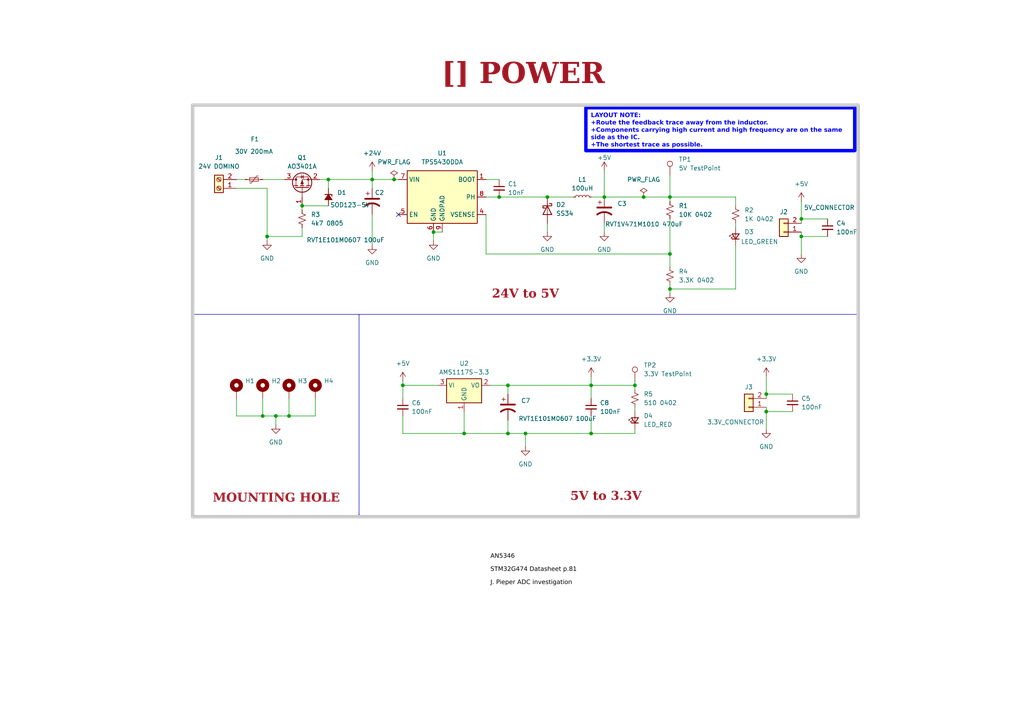
<source format=kicad_sch>
(kicad_sch (version 20231120) (generator "eeschema") (generator_version "8.0")
  (paper "A4")
  (title_block (title "POWER") (date "2024-11-24") (rev "${REVISION}") (company "${COMPANY}"))
  (lib_symbols
    (symbol "Connector:Screw_Terminal_01x02" (pin_names (offset 1.016) hide)
      (property "Reference" "J" (at 0 2.54 0))
      (property "Value" "Screw_Terminal_01x02" (at 0 -5.08 0))
      (symbol "Screw_Terminal_01x02_1_1"
        (rectangle (start -1.27 1.27) (end 1.27 -3.81) (stroke (width 0.254)) (fill (type background)))
        (circle (center 0 -2.54) (radius 0.635) (stroke (width 0.1524)))
        (polyline (pts (xy -0.5334 -2.2098) (xy 0.3302 -3.048)) (stroke (width 0.1524)))
        (polyline (pts (xy -0.5334 0.3302) (xy 0.3302 -0.508)) (stroke (width 0.1524)))
        (polyline (pts (xy -0.3556 -2.032) (xy 0.508 -2.8702)) (stroke (width 0.1524)))
        (polyline (pts (xy -0.3556 0.508) (xy 0.508 -0.3302)) (stroke (width 0.1524)))
        (circle (center 0 0) (radius 0.635) (stroke (width 0.1524)))
        (pin passive line (at -5.08 0 0) (length 3.81) (name "Pin_1") (number "1"))
        (pin passive line (at -5.08 -2.54 0) (length 3.81) (name "Pin_2") (number "2"))
      )
    )
    (symbol "Connector:TestPoint" (pin_numbers hide) (pin_names (offset 0.762) hide)
      (property "Reference" "TP" (at 0 6.858 0))
      (property "Value" "TestPoint" (at 0 5.08 0))
      (symbol "TestPoint_0_1"
        (circle (center 0 3.302) (radius 0.762))
      )
      (symbol "TestPoint_1_1"
        (pin passive line (at 0 0 90) (length 2.54) (name "1") (number "1"))
      )
    )
    (symbol "Connector_Generic:Conn_01x02" (pin_names (offset 1.016) hide)
      (property "Reference" "J" (at 0 2.54 0))
      (property "Value" "Conn_01x02" (at 0 -5.08 0))
      (symbol "Conn_01x02_1_1"
        (rectangle (start -1.27 -2.413) (end 0 -2.667) (stroke (width 0.1524)))
        (rectangle (start -1.27 0.127) (end 0 -0.127) (stroke (width 0.1524)))
        (rectangle (start -1.27 1.27) (end 1.27 -3.81) (stroke (width 0.254)) (fill (type background)))
        (pin passive line (at -5.08 0 0) (length 3.81) (name "Pin_1") (number "1"))
        (pin passive line (at -5.08 -2.54 0) (length 3.81) (name "Pin_2") (number "2"))
      )
    )
    (symbol "Device:C_Polarized_US" (pin_numbers hide) (pin_names (offset 0.254) hide)
      (property "Reference" "C" (at 0.635 2.54 0))
      (property "Value" "C_Polarized_US" (at 0.635 -2.54 0))
      (symbol "C_Polarized_US_0_1"
        (polyline (pts (xy -2.032 0.762) (xy 2.032 0.762)) (stroke (width 0.508)))
        (polyline (pts (xy -1.778 2.286) (xy -0.762 2.286)))
        (polyline (pts (xy -1.27 1.778) (xy -1.27 2.794)))
        (arc (start 2.032 -1.27) (mid 0 -0.5572) (end -2.032 -1.27) (stroke (width 0.508)))
      )
      (symbol "C_Polarized_US_1_1"
        (pin passive line (at 0 3.81 270) (length 2.794) (name "~") (number "1"))
        (pin passive line (at 0 -3.81 90) (length 3.302) (name "~") (number "2"))
      )
    )
    (symbol "Device:C_Small" (pin_numbers hide) (pin_names (offset 0.254) hide)
      (property "Reference" "C" (at 0.254 1.778 0))
      (property "Value" "C_Small" (at 0.254 -2.032 0))
      (symbol "C_Small_0_1"
        (polyline (pts (xy -1.524 -0.508) (xy 1.524 -0.508)) (stroke (width 0.3302)))
        (polyline (pts (xy -1.524 0.508) (xy 1.524 0.508)) (stroke (width 0.3048)))
      )
      (symbol "C_Small_1_1"
        (pin passive line (at 0 2.54 270) (length 2.032) (name "~") (number "1"))
        (pin passive line (at 0 -2.54 90) (length 2.032) (name "~") (number "2"))
      )
    )
    (symbol "Device:D_Zener_Small_Filled" (pin_numbers hide) (pin_names (offset 0.254) hide)
      (property "Reference" "D" (at 0 2.286 0))
      (property "Value" "D_Zener_Small_Filled" (at 0 -2.286 0))
      (symbol "D_Zener_Small_Filled_0_1"
        (polyline (pts (xy 0.762 0) (xy -0.762 0)))
        (polyline (pts (xy -0.254 1.016) (xy -0.762 1.016) (xy -0.762 -1.016)) (stroke (width 0.254)))
        (polyline (pts (xy 0.762 1.016) (xy -0.762 0) (xy 0.762 -1.016) (xy 0.762 1.016)) (stroke (width 0.254)) (fill (type outline)))
      )
      (symbol "D_Zener_Small_Filled_1_1"
        (pin passive line (at -2.54 0 0) (length 1.778) (name "K") (number "1"))
        (pin passive line (at 2.54 0 180) (length 1.778) (name "A") (number "2"))
      )
    )
    (symbol "Device:LED_Small" (pin_numbers hide) (pin_names (offset 0.254) hide)
      (property "Reference" "D" (at -1.27 3.175 0))
      (property "Value" "LED_Small" (at -4.445 -2.54 0))
      (symbol "LED_Small_0_1"
        (polyline (pts (xy -0.762 -1.016) (xy -0.762 1.016)) (stroke (width 0.254)))
        (polyline (pts (xy 1.016 0) (xy -0.762 0)))
        (polyline (pts (xy 0.762 -1.016) (xy -0.762 0) (xy 0.762 1.016) (xy 0.762 -1.016)) (stroke (width 0.254)))
        (polyline (pts (xy 0 0.762) (xy -0.508 1.27) (xy -0.254 1.27) (xy -0.508 1.27) (xy -0.508 1.016)))
        (polyline (pts (xy 0.508 1.27) (xy 0 1.778) (xy 0.254 1.778) (xy 0 1.778) (xy 0 1.524)))
      )
      (symbol "LED_Small_1_1"
        (pin passive line (at -2.54 0 0) (length 1.778) (name "K") (number "1"))
        (pin passive line (at 2.54 0 180) (length 1.778) (name "A") (number "2"))
      )
    )
    (symbol "Device:L_Small" (pin_numbers hide) (pin_names (offset 0.254) hide)
      (property "Reference" "L" (at 0.762 1.016 0))
      (property "Value" "L_Small" (at 0.762 -1.016 0))
      (symbol "L_Small_0_1"
        (arc (start 0 -2.032) (mid 0.5058 -1.524) (end 0 -1.016))
        (arc (start 0 -1.016) (mid 0.5058 -0.508) (end 0 0))
        (arc (start 0 0) (mid 0.5058 0.508) (end 0 1.016))
        (arc (start 0 1.016) (mid 0.5058 1.524) (end 0 2.032))
      )
      (symbol "L_Small_1_1"
        (pin passive line (at 0 2.54 270) (length 0.508) (name "~") (number "1"))
        (pin passive line (at 0 -2.54 90) (length 0.508) (name "~") (number "2"))
      )
    )
    (symbol "Device:Polyfuse_Small" (pin_numbers hide) (pin_names (offset 0))
      (property "Reference" "F" (at -1.905 0 90))
      (property "Value" "Polyfuse_Small" (at 1.905 0 90))
      (symbol "Polyfuse_Small_0_1"
        (rectangle (start -0.508 1.27) (end 0.508 -1.27))
        (polyline (pts (xy 0 2.54) (xy 0 -2.54)))
        (polyline (pts (xy -1.016 1.27) (xy -1.016 0.762) (xy 1.016 -0.762) (xy 1.016 -1.27)))
      )
      (symbol "Polyfuse_Small_1_1"
        (pin passive line (at 0 2.54 270) (length 0.635) (name "~") (number "1"))
        (pin passive line (at 0 -2.54 90) (length 0.635) (name "~") (number "2"))
      )
    )
    (symbol "Device:Q_PMOS_GSD" (pin_names (offset 0) hide)
      (property "Reference" "Q" (at 5.08 1.27 0))
      (property "Value" "Q_PMOS_GSD" (at 5.08 -1.27 0))
      (symbol "Q_PMOS_GSD_0_1"
        (polyline (pts (xy 0.254 0) (xy -2.54 0)))
        (polyline (pts (xy 0.254 1.905) (xy 0.254 -1.905)) (stroke (width 0.254)))
        (polyline (pts (xy 0.762 -1.27) (xy 0.762 -2.286)) (stroke (width 0.254)))
        (polyline (pts (xy 0.762 0.508) (xy 0.762 -0.508)) (stroke (width 0.254)))
        (polyline (pts (xy 0.762 2.286) (xy 0.762 1.27)) (stroke (width 0.254)))
        (polyline (pts (xy 2.54 2.54) (xy 2.54 1.778)))
        (polyline (pts (xy 2.54 -2.54) (xy 2.54 0) (xy 0.762 0)))
        (polyline (pts (xy 0.762 1.778) (xy 3.302 1.778) (xy 3.302 -1.778) (xy 0.762 -1.778)))
        (polyline (pts (xy 2.286 0) (xy 1.27 0.381) (xy 1.27 -0.381) (xy 2.286 0)) (fill (type outline)))
        (polyline (pts (xy 2.794 -0.508) (xy 2.921 -0.381) (xy 3.683 -0.381) (xy 3.81 -0.254)))
        (polyline (pts (xy 3.302 -0.381) (xy 2.921 0.254) (xy 3.683 0.254) (xy 3.302 -0.381)))
        (circle (center 1.651 0) (radius 2.794) (stroke (width 0.254)))
        (circle (center 2.54 -1.778) (radius 0.254) (fill (type outline)))
        (circle (center 2.54 1.778) (radius 0.254) (fill (type outline)))
      )
      (symbol "Q_PMOS_GSD_1_1"
        (pin input line (at -5.08 0 0) (length 2.54) (name "G") (number "1"))
        (pin passive line (at 2.54 -5.08 90) (length 2.54) (name "S") (number "2"))
        (pin passive line (at 2.54 5.08 270) (length 2.54) (name "D") (number "3"))
      )
    )
    (symbol "Device:R_Small_US" (pin_numbers hide) (pin_names (offset 0.254) hide)
      (property "Reference" "R" (at 0.762 0.508 0))
      (property "Value" "R_Small_US" (at 0.762 -1.016 0))
      (symbol "R_Small_US_1_1"
        (polyline (pts (xy 0 0) (xy 1.016 -0.381) (xy 0 -0.762) (xy -1.016 -1.143) (xy 0 -1.524)))
        (polyline (pts (xy 0 1.524) (xy 1.016 1.143) (xy 0 0.762) (xy -1.016 0.381) (xy 0 0)))
        (pin passive line (at 0 2.54 270) (length 1.016) (name "~") (number "1"))
        (pin passive line (at 0 -2.54 90) (length 1.016) (name "~") (number "2"))
      )
    )
    (symbol "Diode:SS34" (pin_numbers hide) (pin_names (offset 1.016) hide)
      (property "Reference" "D" (at 0 2.54 0))
      (property "Value" "SS34" (at 0 -2.54 0))
      (symbol "SS34_0_1"
        (polyline (pts (xy 1.27 0) (xy -1.27 0)))
        (polyline (pts (xy 1.27 1.27) (xy 1.27 -1.27) (xy -1.27 0) (xy 1.27 1.27)) (stroke (width 0.254)))
        (polyline (pts (xy -1.905 0.635) (xy -1.905 1.27) (xy -1.27 1.27) (xy -1.27 -1.27) (xy -0.635 -1.27) (xy -0.635 -0.635)) (stroke (width 0.254)))
      )
      (symbol "SS34_1_1"
        (pin passive line (at -3.81 0 0) (length 2.54) (name "K") (number "1"))
        (pin passive line (at 3.81 0 180) (length 2.54) (name "A") (number "2"))
      )
    )
    (symbol "Mechanical:MountingHole_Pad" (pin_numbers hide) (pin_names (offset 1.016) hide) (exclude_from_sim yes) (in_bom no)
      (property "Reference" "H" (at 0 6.35 0))
      (property "Value" "MountingHole_Pad" (at 0 4.445 0))
      (symbol "MountingHole_Pad_0_1"
        (circle (center 0 1.27) (radius 1.27) (stroke (width 1.27)))
      )
      (symbol "MountingHole_Pad_1_1"
        (pin input line (at 0 -2.54 90) (length 2.54) (name "1") (number "1"))
      )
    )
    (symbol "Regulator_Linear:LM1117S-3.3"
      (property "Reference" "U" (at -3.81 3.175 0))
      (property "Value" "LM1117S-3.3" (at 0 3.175 0))
      (symbol "LM1117S-3.3_0_1"
        (rectangle (start -5.08 -5.08) (end 5.08 1.905) (stroke (width 0.254)) (fill (type background)))
      )
      (symbol "LM1117S-3.3_1_1"
        (pin power_in line (at 0 -7.62 90) (length 2.54) (name "GND") (number "1"))
        (pin power_out line (at 7.62 0 180) (length 2.54) (name "VO") (number "2"))
        (pin power_in line (at -7.62 0 0) (length 2.54) (name "VI") (number "3"))
      )
    )
    (symbol "Regulator_Switching:TPS5430DDA"
      (property "Reference" "U" (at -10.16 8.89 0))
      (property "Value" "TPS5430DDA" (at -1.27 8.89 0))
      (symbol "TPS5430DDA_0_1"
        (rectangle (start -10.16 7.62) (end 10.16 -7.62) (stroke (width 0.254)) (fill (type background)))
      )
      (symbol "TPS5430DDA_1_1"
        (pin input line (at 12.7 5.08 180) (length 2.54) (name "BOOT") (number "1"))
        (pin no_connect line (at -10.16 2.54 0) (length 2.54) hide (name "NC") (number "2"))
        (pin no_connect line (at -10.16 -2.54 0) (length 2.54) hide (name "NC") (number "3"))
        (pin input line (at 12.7 -5.08 180) (length 2.54) (name "VSENSE") (number "4"))
        (pin input line (at -12.7 -5.08 0) (length 2.54) (name "EN") (number "5"))
        (pin power_in line (at -2.54 -10.16 90) (length 2.54) (name "GND") (number "6"))
        (pin power_in line (at -12.7 5.08 0) (length 2.54) (name "VIN") (number "7"))
        (pin output line (at 12.7 0 180) (length 2.54) (name "PH") (number "8"))
        (pin power_in line (at 0 -10.16 90) (length 2.54) (name "GNDPAD") (number "9"))
      )
    )
    (symbol "power:+24V" (power) (pin_numbers hide) (pin_names (offset 0) hide)
      (property "Value" "+24V" (at 0 3.556 0))
      (symbol "+24V_0_1"
        (polyline (pts (xy -0.762 1.27) (xy 0 2.54)))
        (polyline (pts (xy 0 0) (xy 0 2.54)))
        (polyline (pts (xy 0 2.54) (xy 0.762 1.27)))
      )
      (symbol "+24V_1_1"
        (pin power_in line (at 0 0 90) (length 0) (name "~") (number "1"))
      )
    )
    (symbol "power:+3.3V" (power) (pin_numbers hide) (pin_names (offset 0) hide)
      (property "Value" "+3.3V" (at 0 3.556 0))
      (symbol "+3.3V_0_1"
        (polyline (pts (xy -0.762 1.27) (xy 0 2.54)))
        (polyline (pts (xy 0 0) (xy 0 2.54)))
        (polyline (pts (xy 0 2.54) (xy 0.762 1.27)))
      )
      (symbol "+3.3V_1_1"
        (pin power_in line (at 0 0 90) (length 0) (name "~") (number "1"))
      )
    )
    (symbol "power:+5V" (power) (pin_numbers hide) (pin_names (offset 0) hide)
      (property "Value" "+5V" (at 0 3.556 0))
      (symbol "+5V_0_1"
        (polyline (pts (xy -0.762 1.27) (xy 0 2.54)))
        (polyline (pts (xy 0 0) (xy 0 2.54)))
        (polyline (pts (xy 0 2.54) (xy 0.762 1.27)))
      )
      (symbol "+5V_1_1"
        (pin power_in line (at 0 0 90) (length 0) (name "~") (number "1"))
      )
    )
    (symbol "power:GND" (power) (pin_numbers hide) (pin_names (offset 0) hide)
      (property "Value" "GND" (at 0 -3.81 0))
      (symbol "GND_0_1"
        (polyline (pts (xy 0 0) (xy 0 -1.27) (xy 1.27 -1.27) (xy 0 -2.54) (xy -1.27 -1.27) (xy 0 -1.27)))
      )
      (symbol "GND_1_1"
        (pin power_in line (at 0 0 270) (length 0) (name "~") (number "1"))
      )
    )
    (symbol "power:PWR_FLAG" (power) (pin_numbers hide) (pin_names (offset 0) hide)
      (property "Value" "PWR_FLAG" (at 0 3.81 0))
      (symbol "PWR_FLAG_0_0"
        (pin power_out line (at 0 0 90) (length 0) (name "~") (number "1"))
      )
      (symbol "PWR_FLAG_0_1"
        (polyline (pts (xy 0 0) (xy 0 1.27) (xy -1.016 1.905) (xy 0 2.54) (xy 1.016 1.905) (xy 0 1.27)))
      )
    )
  )
  (junction (at 232.41 63.5))
  (junction (at 87.63 59.69))
  (junction (at 186.69 57.15))
  (junction (at 175.26 57.15))
  (junction (at 107.95 52.07))
  (junction (at 147.32 125.73))
  (junction (at 194.31 83.82))
  (junction (at 76.2 120.65))
  (junction (at 114.3 52.07))
  (junction (at 80.01 120.65))
  (junction (at 134.62 125.73))
  (junction (at 194.31 57.15))
  (junction (at 171.45 125.73))
  (junction (at 116.84 111.76))
  (junction (at 152.4 125.73))
  (junction (at 184.15 111.76))
  (junction (at 144.78 57.15))
  (junction (at 158.75 57.15))
  (junction (at 222.25 114.3))
  (junction (at 125.73 67.31))
  (junction (at 95.25 52.07))
  (junction (at 147.32 111.76))
  (junction (at 194.31 73.66))
  (junction (at 77.47 68.58))
  (junction (at 232.41 68.58))
  (junction (at 222.25 119.38))
  (junction (at 83.82 120.65))
  (junction (at 171.45 111.76))
  (no_connect (at 115.57 62.23))
  (wire (pts (xy 222.25 118.11) (xy 222.25 119.38)))
  (wire (pts (xy 184.15 118.11) (xy 184.15 119.38)))
  (wire (pts (xy 222.25 109.22) (xy 222.25 114.3)))
  (wire (pts (xy 213.36 57.15) (xy 194.31 57.15)))
  (wire (pts (xy 80.01 120.65) (xy 80.01 123.19)))
  (wire (pts (xy 213.36 83.82) (xy 194.31 83.82)))
  (wire (pts (xy 116.84 111.76) (xy 127 111.76)))
  (wire (pts (xy 140.97 57.15) (xy 144.78 57.15)))
  (wire (pts (xy 171.45 120.65) (xy 171.45 125.73)))
  (wire (pts (xy 222.25 114.3) (xy 222.25 115.57)))
  (wire (pts (xy 87.63 66.04) (xy 87.63 68.58)))
  (wire (pts (xy 140.97 62.23) (xy 140.97 73.66)))
  (wire (pts (xy 107.95 52.07) (xy 107.95 54.61)))
  (wire (pts (xy 222.25 114.3) (xy 229.87 114.3)))
  (wire (pts (xy 158.75 64.77) (xy 158.75 67.31)))
  (wire (pts (xy 116.84 111.76) (xy 116.84 115.57)))
  (wire (pts (xy 232.41 58.42) (xy 232.41 63.5)))
  (wire (pts (xy 194.31 82.55) (xy 194.31 83.82)))
  (wire (pts (xy 107.95 62.23) (xy 107.95 71.12)))
  (wire (pts (xy 171.45 111.76) (xy 184.15 111.76)))
  (polyline (pts (xy 104.14 91.186) (xy 104.14 91.44)))
  (wire (pts (xy 134.62 125.73) (xy 147.32 125.73)))
  (wire (pts (xy 184.15 125.73) (xy 184.15 124.46)))
  (wire (pts (xy 134.62 125.73) (xy 134.62 119.38)))
  (wire (pts (xy 68.58 54.61) (xy 77.47 54.61)))
  (wire (pts (xy 142.24 111.76) (xy 147.32 111.76)))
  (wire (pts (xy 186.69 57.15) (xy 194.31 57.15)))
  (wire (pts (xy 87.63 59.69) (xy 87.63 60.96)))
  (wire (pts (xy 125.73 67.31) (xy 125.73 69.85)))
  (wire (pts (xy 68.58 115.57) (xy 68.58 120.65)))
  (wire (pts (xy 194.31 57.15) (xy 194.31 58.42)))
  (wire (pts (xy 171.45 115.57) (xy 171.45 111.76)))
  (wire (pts (xy 140.97 52.07) (xy 144.78 52.07)))
  (wire (pts (xy 83.82 115.57) (xy 83.82 120.65)))
  (wire (pts (xy 92.71 52.07) (xy 95.25 52.07)))
  (wire (pts (xy 194.31 50.8) (xy 194.31 57.15)))
  (wire (pts (xy 91.44 120.65) (xy 91.44 115.57)))
  (wire (pts (xy 76.2 115.57) (xy 76.2 120.65)))
  (wire (pts (xy 80.01 120.65) (xy 83.82 120.65)))
  (wire (pts (xy 87.63 68.58) (xy 77.47 68.58)))
  (wire (pts (xy 95.25 52.07) (xy 107.95 52.07)))
  (wire (pts (xy 83.82 120.65) (xy 91.44 120.65)))
  (wire (pts (xy 232.41 63.5) (xy 232.41 64.77)))
  (wire (pts (xy 68.58 120.65) (xy 76.2 120.65)))
  (wire (pts (xy 232.41 68.58) (xy 232.41 73.66)))
  (wire (pts (xy 175.26 64.77) (xy 175.26 67.31)))
  (wire (pts (xy 68.58 52.07) (xy 71.12 52.07)))
  (polyline (pts (xy 104.14 91.44) (xy 104.14 149.352)))
  (wire (pts (xy 76.2 120.65) (xy 80.01 120.65)))
  (wire (pts (xy 147.32 125.73) (xy 152.4 125.73)))
  (wire (pts (xy 194.31 73.66) (xy 194.31 77.47)))
  (wire (pts (xy 116.84 110.49) (xy 116.84 111.76)))
  (wire (pts (xy 114.3 52.07) (xy 115.57 52.07)))
  (wire (pts (xy 213.36 57.15) (xy 213.36 59.69)))
  (wire (pts (xy 147.32 114.3) (xy 147.32 111.76)))
  (wire (pts (xy 107.95 52.07) (xy 114.3 52.07)))
  (wire (pts (xy 184.15 125.73) (xy 171.45 125.73)))
  (wire (pts (xy 147.32 121.92) (xy 147.32 125.73)))
  (wire (pts (xy 140.97 73.66) (xy 194.31 73.66)))
  (wire (pts (xy 229.87 119.38) (xy 222.25 119.38)))
  (wire (pts (xy 125.73 67.31) (xy 128.27 67.31)))
  (wire (pts (xy 107.95 49.53) (xy 107.95 52.07)))
  (wire (pts (xy 240.03 68.58) (xy 232.41 68.58)))
  (wire (pts (xy 158.75 57.15) (xy 166.37 57.15)))
  (wire (pts (xy 194.31 83.82) (xy 194.31 85.09)))
  (wire (pts (xy 77.47 68.58) (xy 77.47 69.85)))
  (wire (pts (xy 171.45 57.15) (xy 175.26 57.15)))
  (wire (pts (xy 184.15 110.49) (xy 184.15 111.76)))
  (polyline (pts (xy 104.14 149.098) (xy 104.14 149.352)))
  (wire (pts (xy 194.31 63.5) (xy 194.31 73.66)))
  (wire (pts (xy 152.4 129.54) (xy 152.4 125.73)))
  (wire (pts (xy 95.25 52.07) (xy 95.25 54.61)))
  (wire (pts (xy 175.26 49.53) (xy 175.26 57.15)))
  (wire (pts (xy 116.84 120.65) (xy 116.84 125.73)))
  (wire (pts (xy 222.25 119.38) (xy 222.25 124.46)))
  (wire (pts (xy 171.45 109.22) (xy 171.45 111.76)))
  (wire (pts (xy 77.47 54.61) (xy 77.47 68.58)))
  (wire (pts (xy 213.36 71.12) (xy 213.36 83.82)))
  (polyline (pts (xy 56.388 91.186) (xy 248.412 91.186)))
  (wire (pts (xy 232.41 67.31) (xy 232.41 68.58)))
  (wire (pts (xy 147.32 111.76) (xy 171.45 111.76)))
  (wire (pts (xy 213.36 64.77) (xy 213.36 66.04)))
  (wire (pts (xy 144.78 57.15) (xy 158.75 57.15)))
  (wire (pts (xy 76.2 52.07) (xy 82.55 52.07)))
  (wire (pts (xy 87.63 59.69) (xy 95.25 59.69)))
  (wire (pts (xy 184.15 111.76) (xy 184.15 113.03)))
  (wire (pts (xy 116.84 125.73) (xy 134.62 125.73)))
  (wire (pts (xy 175.26 57.15) (xy 186.69 57.15)))
  (wire (pts (xy 232.41 63.5) (xy 240.03 63.5)))
  (wire (pts (xy 152.4 125.73) (xy 171.45 125.73)))
  (rectangle (start 55.88 30.48) (end 248.92 149.86) (stroke (width 1) (color 200 200 200 1)))
  (text_box "MOUNTING HOLE\n" (at 56.134 140.208 0) (size 48.006 7.62) (stroke (width -0.0001)) (effects (font (size 2.54 2.54) (thickness 0.508) (bold yes)) (justify bottom)))
  (text_box "LAYOUT NOTE:\n+Route the feedback trace away from the inductor.\n+Components carrying high current and high frequency are on the same side as the IC. \n+The shortest trace as possible." (at 169.926 31.242 0) (size 77.978 12.446) (stroke (width 1) (color 0 0 255 1)) (effects (font (size 1.27 1.27) (thickness 0.4) (bold yes)) (justify left top)))
  (text_box "[${#}] ${TITLE}" (at 115.57 15.24 0) (size 72.39 12.7) (stroke (width -0.0001)) (effects (font (size 6 6) (thickness 1.2) (bold yes))))
  (text_box "5V to 3.3V" (at 103.886 139.7 0) (size 143.764 7.62) (stroke (width -0.0001)) (effects (font (size 2.54 2.54) (thickness 0.508) (bold yes)) (justify bottom)))
  (text_box "24V to 5V" (at 57.15 81.026 0) (size 190.5 7.62) (stroke (width -0.0001)) (effects (font (size 2.54 2.54) (thickness 0.508) (bold yes)) (justify bottom)))
  (text "J. Pieper ADC investigation" (at 142.24 170.18 0) (effects (font (size 1.27 1.27)) (justify left bottom)))
  (text "STM32G474 Datasheet p.81" (at 142.24 166.37 0) (effects (font (size 1.27 1.27)) (justify left bottom)))
  (text "AN5346" (at 142.24 162.56 0) (effects (font (size 1.27 1.27)) (justify left bottom)))
  (symbol (lib_id "Regulator_Linear:LM1117S-3.3") (at 134.62 111.76 0) (unit 1)
    (property "Reference" "U2" (at 134.62 105.41 0))
    (property "Value" "AMS1117S-3.3" (at 134.62 107.95 0))
    (property "Footprint" "Package_TO_SOT_SMD:SOT-223-3_TabPin2" (effects (hide yes)))
    (property "Datasheet" "http://www.ti.com/lit/ds/symlink/lm1117.pdf" (effects (hide yes)))
    (property "Description" "800mA Low-Dropout Linear Regulator, 3.3V fixed output, TO-263" (effects (hide yes)))
  )
  (symbol (lib_id "Device:C_Small") (at 240.03 66.04 0) (unit 1)
    (property "Reference" "C4" (at 242.57 64.7763 0) (effects (justify left)))
    (property "Value" "100nF" (at 242.57 67.3163 0) (effects (justify left)))
    (property "Footprint" "Capacitor_SMD:C_0402_1005Metric" (effects (hide yes)))
    (property "Description" "Unpolarized capacitor, small symbol" (effects (hide yes)))
  )
  (symbol (lib_id "power:+5V") (at 116.84 110.49 0) (unit 1)
    (property "Reference" "#PWR013" (effects (hide yes)))
    (property "Value" "+5V" (at 116.84 105.41 0))
    (property "Description" "Power symbol creates a global label with name \"+5V\"" (effects (hide yes)))
  )
  (symbol (lib_id "power:+5V") (at 222.25 109.22 0) (unit 1)
    (property "Reference" "#PWR012" (effects (hide yes)))
    (property "Value" "+3.3V" (at 222.25 104.14 0))
    (property "Description" "Power symbol creates a global label with name \"+5V\"" (effects (hide yes)))
  )
  (symbol (lib_id "Device:R_Small_US") (at 194.31 60.96 0) (unit 1)
    (property "Reference" "R1" (at 196.85 59.69 0) (effects (justify left)))
    (property "Value" "10K 0402" (at 196.85 62.23 0) (effects (justify left)))
    (property "Footprint" "Resistor_SMD:R_0402_1005Metric" (effects (hide yes)))
    (property "Description" "Resistor, small US symbol" (effects (hide yes)))
  )
  (symbol (lib_id "Device:C_Polarized_US") (at 175.26 60.96 0) (unit 1)
    (property "Reference" "C3" (at 179.07 59.055 0) (effects (justify left)))
    (property "Value" "RVT1V471M1010 470uF" (at 175.514 65.024 0) (effects (justify left)))
    (property "Footprint" "Capacitor_SMD:CP_Elec_10x10.5" (effects (hide yes)))
    (property "Description" "Polarized capacitor, US symbol" (effects (hide yes)))
  )
  (symbol (lib_id "power:GND") (at 232.41 73.66 0) (unit 1)
    (property "Reference" "#PWR09" (effects (hide yes)))
    (property "Value" "GND" (at 232.41 78.74 0))
    (property "Description" "Power symbol creates a global label with name \"GND\" , ground" (effects (hide yes)))
  )
  (symbol (lib_id "Device:R_Small_US") (at 87.63 63.5 0) (unit 1)
    (property "Reference" "R3" (at 90.17 62.23 0) (effects (justify left)))
    (property "Value" "4k7 0805" (at 90.17 64.77 0) (effects (justify left)))
    (property "Footprint" "Resistor_SMD:R_0805_2012Metric" (effects (hide yes)))
    (property "Description" "Resistor, small US symbol" (effects (hide yes)))
  )
  (symbol (lib_id "Device:C_Polarized_US") (at 147.32 118.11 0) (unit 1)
    (property "Reference" "C7" (at 151.13 116.205 0) (effects (justify left)))
    (property "Value" "RVT1E101M0607 100uF" (at 150.368 121.412 0) (effects (justify left)))
    (property "Footprint" "Capacitor_SMD:CP_Elec_6.3x7.7" (effects (hide yes)))
    (property "Description" "Polarized capacitor, US symbol" (effects (hide yes)))
  )
  (symbol (lib_id "Device:Polyfuse_Small") (at 73.66 52.07 90) (unit 1)
    (property "Reference" "F1" (at 73.914 40.386 90))
    (property "Value" "30V 200mA" (at 73.66 43.942 90))
    (property "Footprint" "Fuse:Fuse_1812_4532Metric" (effects (hide yes)))
    (property "Description" "Resettable fuse, polymeric positive temperature coefficient, small symbol" (effects (hide yes)))
  )
  (symbol (lib_id "Connector:TestPoint") (at 184.15 110.49 0) (unit 1)
    (property "Reference" "TP2" (at 186.69 105.918 0) (effects (justify left)))
    (property "Value" "3.3V TestPoint" (at 186.69 108.458 0) (effects (justify left)))
    (property "Footprint" "TestPoint:TestPoint_Pad_2.0x2.0mm" (effects (hide yes)))
    (property "Description" "test point" (effects (hide yes)))
  )
  (symbol (lib_id "power:+3.3V") (at 171.45 109.22 0) (unit 1)
    (property "Reference" "#PWR011" (effects (hide yes)))
    (property "Value" "+3.3V" (at 171.45 104.14 0))
    (property "Description" "Power symbol creates a global label with name \"+3.3V\"" (effects (hide yes)))
  )
  (symbol (lib_id "Connector_Generic:Conn_01x02") (at 217.17 118.11 180) (unit 1)
    (property "Reference" "J3" (at 217.17 112.268 0))
    (property "Value" "3.3V_CONNECTOR" (at 213.36 122.428 0))
    (property "Footprint" "Connector_PinHeader_2.54mm:PinHeader_1x02_P2.54mm_Vertical" (effects (hide yes)))
    (property "Description" "Generic connector, single row, 01x02, script generated (kicad-library-utils/schlib/autogen/connector/)" (effects (hide yes)))
  )
  (symbol (lib_id "Device:R_Small_US") (at 213.36 62.23 0) (unit 1)
    (property "Reference" "R2" (at 215.9 60.96 0) (effects (justify left)))
    (property "Value" "1K 0402" (at 215.9 63.5 0) (effects (justify left)))
    (property "Footprint" "Resistor_SMD:R_0402_1005Metric" (effects (hide yes)))
    (property "Description" "Resistor, small US symbol" (effects (hide yes)))
  )
  (symbol (lib_id "power:GND") (at 107.95 71.12 0) (unit 1)
    (property "Reference" "#PWR08" (effects (hide yes)))
    (property "Value" "GND" (at 107.95 76.2 0))
    (property "Description" "Power symbol creates a global label with name \"GND\" , ground" (effects (hide yes)))
  )
  (symbol (lib_id "power:GND") (at 125.73 69.85 0) (unit 1)
    (property "Reference" "#PWR07" (effects (hide yes)))
    (property "Value" "GND" (at 125.73 74.93 0))
    (property "Description" "Power symbol creates a global label with name \"GND\" , ground" (effects (hide yes)))
  )
  (symbol (lib_id "power:GND") (at 80.01 123.19 0) (unit 1)
    (property "Reference" "#PWR014" (effects (hide yes)))
    (property "Value" "GND" (at 80.01 128.27 0))
    (property "Description" "Power symbol creates a global label with name \"GND\" , ground" (effects (hide yes)))
  )
  (symbol (lib_id "power:GND") (at 158.75 67.31 0) (unit 1)
    (property "Reference" "#PWR04" (effects (hide yes)))
    (property "Value" "GND" (at 158.75 72.39 0))
    (property "Description" "Power symbol creates a global label with name \"GND\" , ground" (effects (hide yes)))
  )
  (symbol (lib_id "power:+24V") (at 107.95 49.53 0) (unit 1)
    (property "Reference" "#PWR01" (effects (hide yes)))
    (property "Value" "+24V" (at 107.95 44.45 0))
    (property "Description" "Power symbol creates a global label with name \"+24V\"" (effects (hide yes)))
  )
  (symbol (lib_id "power:+5V") (at 232.41 58.42 0) (unit 1)
    (property "Reference" "#PWR03" (effects (hide yes)))
    (property "Value" "+5V" (at 232.41 53.34 0))
    (property "Description" "Power symbol creates a global label with name \"+5V\"" (effects (hide yes)))
  )
  (symbol (lib_id "Device:C_Polarized_US") (at 107.95 58.42 0) (unit 1)
    (property "Reference" "C2" (at 108.712 55.88 0) (effects (justify left)))
    (property "Value" "RVT1E101M0607 100uF" (at 88.9 69.596 0) (effects (justify left)))
    (property "Footprint" "Capacitor_SMD:CP_Elec_6.3x7.7" (effects (hide yes)))
    (property "Description" "Polarized capacitor, US symbol" (effects (hide yes)))
  )
  (symbol (lib_id "power:PWR_FLAG") (at 186.69 57.15 0) (unit 1)
    (property "Reference" "#FLG02" (effects (hide yes)))
    (property "Value" "PWR_FLAG" (at 186.69 52.07 0))
    (property "Description" "Special symbol for telling ERC where power comes from" (effects (hide yes)))
  )
  (symbol (lib_id "Connector:Screw_Terminal_01x02") (at 63.5 54.61 180) (unit 1)
    (property "Reference" "J1" (at 63.5 45.72 0))
    (property "Value" "24V DOMINO" (at 63.5 48.26 0))
    (property "Footprint" "LIB:KF142R5082P" (effects (hide yes)))
    (property "Description" "Generic screw terminal, single row, 01x02, script generated (kicad-library-utils/schlib/autogen/connector/)" (effects (hide yes)))
  )
  (symbol (lib_id "Device:C_Small") (at 116.84 118.11 0) (unit 1)
    (property "Reference" "C6" (at 119.38 116.8463 0) (effects (justify left)))
    (property "Value" "100nF" (at 119.38 119.3863 0) (effects (justify left)))
    (property "Footprint" "Capacitor_SMD:C_0402_1005Metric" (effects (hide yes)))
    (property "Description" "Unpolarized capacitor, small symbol" (effects (hide yes)))
  )
  (symbol (lib_id "power:GND") (at 175.26 67.31 0) (unit 1)
    (property "Reference" "#PWR05" (effects (hide yes)))
    (property "Value" "GND" (at 175.26 72.39 0))
    (property "Description" "Power symbol creates a global label with name \"GND\" , ground" (effects (hide yes)))
  )
  (symbol (lib_id "power:GND") (at 77.47 69.85 0) (unit 1)
    (property "Reference" "#PWR06" (effects (hide yes)))
    (property "Value" "GND" (at 77.47 74.93 0))
    (property "Description" "Power symbol creates a global label with name \"GND\" , ground" (effects (hide yes)))
  )
  (symbol (lib_id "Mechanical:MountingHole_Pad") (at 83.82 113.03 0) (unit 1) (exclude_from_sim yes) (in_bom no)
    (property "Reference" "H3" (at 86.36 110.49 0) (effects (justify left)))
    (property "Value" "MountingHole_Pad" (effects (hide yes)))
    (property "Footprint" "MountingHole:MountingHole_2.7mm_M2.5_Pad_Via" (effects (hide yes)))
    (property "Description" "Mounting Hole with connection" (effects (hide yes)))
  )
  (symbol (lib_id "Device:LED_Small") (at 184.15 121.92 90) (unit 1)
    (property "Reference" "D4" (at 186.69 120.5865 90) (effects (justify right)))
    (property "Value" "LED_RED" (at 186.69 123.1265 90) (effects (justify right)))
    (property "Footprint" "LED_SMD:LED_0603_1608Metric" (effects (hide yes)))
    (property "Description" "Light emitting diode, small symbol" (effects (hide yes)))
  )
  (symbol (lib_id "power:+5V") (at 175.26 49.53 0) (unit 1)
    (property "Reference" "#PWR02" (effects (hide yes)))
    (property "Value" "+5V" (at 175.26 45.72 0))
    (property "Description" "Power symbol creates a global label with name \"+5V\"" (effects (hide yes)))
  )
  (symbol (lib_id "Mechanical:MountingHole_Pad") (at 76.2 113.03 0) (unit 1) (exclude_from_sim yes) (in_bom no)
    (property "Reference" "H2" (at 78.74 110.49 0) (effects (justify left)))
    (property "Value" "MountingHole_Pad" (effects (hide yes)))
    (property "Footprint" "MountingHole:MountingHole_2.7mm_M2.5_Pad_Via" (effects (hide yes)))
    (property "Description" "Mounting Hole with connection" (effects (hide yes)))
  )
  (symbol (lib_id "power:GND") (at 194.31 85.09 0) (unit 1)
    (property "Reference" "#PWR010" (effects (hide yes)))
    (property "Value" "GND" (at 194.31 90.17 0))
    (property "Description" "Power symbol creates a global label with name \"GND\" , ground" (effects (hide yes)))
  )
  (symbol (lib_id "Diode:SS34") (at 158.75 60.96 270) (unit 1)
    (property "Reference" "D2" (at 161.29 59.3725 90) (effects (justify left)))
    (property "Value" "SS34" (at 161.29 61.9125 90) (effects (justify left)))
    (property "Footprint" "Diode_SMD:D_SMA" (effects (hide yes)))
    (property "Datasheet" "https://www.vishay.com/docs/88751/ss32.pdf" (effects (hide yes)))
    (property "Description" "40V 3A Schottky Diode, SMA" (effects (hide yes)))
  )
  (symbol (lib_id "Device:C_Small") (at 144.78 54.61 0) (unit 1)
    (property "Reference" "C1" (at 147.32 53.3463 0) (effects (justify left)))
    (property "Value" "10nF" (at 147.32 55.8863 0) (effects (justify left)))
    (property "Footprint" "Capacitor_SMD:C_0402_1005Metric" (effects (hide yes)))
    (property "Description" "Unpolarized capacitor, small symbol" (effects (hide yes)))
  )
  (symbol (lib_id "Device:R_Small_US") (at 194.31 80.01 0) (unit 1)
    (property "Reference" "R4" (at 196.85 78.74 0) (effects (justify left)))
    (property "Value" "3.3K 0402" (at 196.85 81.28 0) (effects (justify left)))
    (property "Footprint" "Resistor_SMD:R_0402_1005Metric" (effects (hide yes)))
    (property "Description" "Resistor, small US symbol" (effects (hide yes)))
  )
  (symbol (lib_id "power:PWR_FLAG") (at 114.3 52.07 0) (unit 1)
    (property "Reference" "#FLG01" (effects (hide yes)))
    (property "Value" "PWR_FLAG" (at 114.3 46.99 0))
    (property "Description" "Special symbol for telling ERC where power comes from" (effects (hide yes)))
  )
  (symbol (lib_id "Connector:TestPoint") (at 194.31 50.8 0) (unit 1)
    (property "Reference" "TP1" (at 196.85 46.228 0) (effects (justify left)))
    (property "Value" "5V TestPoint" (at 196.85 48.768 0) (effects (justify left)))
    (property "Footprint" "TestPoint:TestPoint_Pad_2.0x2.0mm" (effects (hide yes)))
    (property "Description" "test point" (effects (hide yes)))
  )
  (symbol (lib_id "Regulator_Switching:TPS5430DDA") (at 128.27 57.15 0) (unit 1)
    (property "Reference" "U1" (at 128.27 44.45 0))
    (property "Value" "TPS5430DDA" (at 128.27 46.99 0))
    (property "Footprint" "Package_SO:TI_SO-PowerPAD-8_ThermalVias" (effects (hide yes)))
    (property "Datasheet" "http://www.ti.com/lit/ds/symlink/tps5430.pdf" (effects (hide yes)))
    (property "Description" "3A, Step Down Swift Converter, Adjustable Output Voltage, 5.5-36V Input Voltage, PowerSO-8" (effects (hide yes)))
  )
  (symbol (lib_id "Device:L_Small") (at 168.91 57.15 90) (unit 1)
    (property "Reference" "L1" (at 168.91 52.07 90))
    (property "Value" "100uH" (at 168.91 54.61 90))
    (property "Footprint" "Inductor_SMD:L_12x12mm_H8mm" (effects (hide yes)))
    (property "Description" "Inductor, small symbol" (effects (hide yes)))
  )
  (symbol (lib_id "Mechanical:MountingHole_Pad") (at 91.44 113.03 0) (unit 1) (exclude_from_sim yes) (in_bom no)
    (property "Reference" "H4" (at 93.98 110.49 0) (effects (justify left)))
    (property "Value" "MountingHole_Pad" (effects (hide yes)))
    (property "Footprint" "MountingHole:MountingHole_2.7mm_M2.5_Pad_Via" (effects (hide yes)))
    (property "Description" "Mounting Hole with connection" (effects (hide yes)))
  )
  (symbol (lib_id "Device:D_Zener_Small_Filled") (at 95.25 57.15 270) (unit 1)
    (property "Reference" "D1" (at 97.79 55.88 90) (effects (justify left)))
    (property "Value" "SOD123-5V" (at 95.758 59.436 90) (effects (justify left)))
    (property "Footprint" "Diode_SMD:D_SOD-123" (effects (hide yes)))
    (property "Description" "Zener diode, small symbol, filled shape" (effects (hide yes)))
  )
  (symbol (lib_id "power:GND") (at 152.4 129.54 0) (unit 1)
    (property "Reference" "#PWR016" (effects (hide yes)))
    (property "Value" "GND" (at 152.4 134.62 0))
    (property "Description" "Power symbol creates a global label with name \"GND\" , ground" (effects (hide yes)))
  )
  (symbol (lib_id "Device:C_Small") (at 171.45 118.11 0) (unit 1)
    (property "Reference" "C8" (at 173.99 116.8463 0) (effects (justify left)))
    (property "Value" "100nF" (at 173.99 119.3863 0) (effects (justify left)))
    (property "Footprint" "Capacitor_SMD:C_0402_1005Metric" (effects (hide yes)))
    (property "Description" "Unpolarized capacitor, small symbol" (effects (hide yes)))
  )
  (symbol (lib_id "Device:C_Small") (at 229.87 116.84 0) (unit 1)
    (property "Reference" "C5" (at 232.41 115.5763 0) (effects (justify left)))
    (property "Value" "100nF" (at 232.41 118.1163 0) (effects (justify left)))
    (property "Footprint" "Capacitor_SMD:C_0402_1005Metric" (effects (hide yes)))
    (property "Description" "Unpolarized capacitor, small symbol" (effects (hide yes)))
  )
  (symbol (lib_id "Device:R_Small_US") (at 184.15 115.57 0) (unit 1)
    (property "Reference" "R5" (at 186.69 114.3 0) (effects (justify left)))
    (property "Value" "510 0402" (at 186.69 116.84 0) (effects (justify left)))
    (property "Footprint" "Resistor_SMD:R_0402_1005Metric" (effects (hide yes)))
    (property "Description" "Resistor, small US symbol" (effects (hide yes)))
  )
  (symbol (lib_id "Connector_Generic:Conn_01x02") (at 227.33 67.31 180) (unit 1)
    (property "Reference" "J2" (at 227.33 61.468 0))
    (property "Value" "5V_CONNECTOR" (at 240.538 60.198 0))
    (property "Footprint" "Connector_PinHeader_2.54mm:PinHeader_1x02_P2.54mm_Vertical" (effects (hide yes)))
    (property "Description" "Generic connector, single row, 01x02, script generated (kicad-library-utils/schlib/autogen/connector/)" (effects (hide yes)))
  )
  (symbol (lib_id "Device:LED_Small") (at 213.36 68.58 90) (unit 1)
    (property "Reference" "D3" (at 215.9 67.2465 90) (effects (justify right)))
    (property "Value" "LED_GREEN" (at 214.884 70.104 90) (effects (justify right)))
    (property "Footprint" "LED_SMD:LED_0603_1608Metric" (effects (hide yes)))
    (property "Description" "Light emitting diode, small symbol" (effects (hide yes)))
  )
  (symbol (lib_id "Mechanical:MountingHole_Pad") (at 68.58 113.03 0) (unit 1) (exclude_from_sim yes) (in_bom no)
    (property "Reference" "H1" (at 71.12 110.49 0) (effects (justify left)))
    (property "Value" "MountingHole_Pad" (effects (hide yes)))
    (property "Footprint" "MountingHole:MountingHole_2.7mm_M2.5_Pad_Via" (effects (hide yes)))
    (property "Description" "Mounting Hole with connection" (effects (hide yes)))
  )
  (symbol (lib_id "Device:Q_PMOS_GSD") (at 87.63 54.61 90) (unit 1)
    (property "Reference" "Q1" (at 87.63 45.72 90))
    (property "Value" "AO3401A" (at 87.63 48.26 90))
    (property "Footprint" "Package_TO_SOT_SMD:SOT-23" (effects (hide yes)))
    (property "Description" "P-MOSFET transistor, gate/source/drain" (effects (hide yes)))
  )
  (symbol (lib_id "power:GND") (at 222.25 124.46 0) (unit 1)
    (property "Reference" "#PWR015" (effects (hide yes)))
    (property "Value" "GND" (at 222.25 129.54 0))
    (property "Description" "Power symbol creates a global label with name \"GND\" , ground" (effects (hide yes)))
  )
)
</source>
